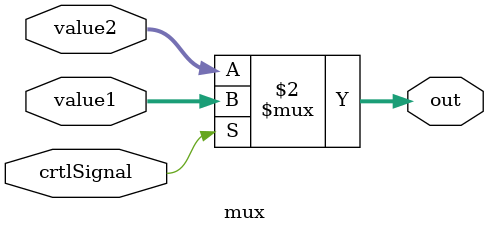
<source format=v>
`timescale 1ns/100ps
module mux (
    input crtlSignal,
    input [31:0] value1, value2,
    output [31:0] out
);
    
    assign out = (crtlSignal == 0)? value2 : value1;

endmodule
</source>
